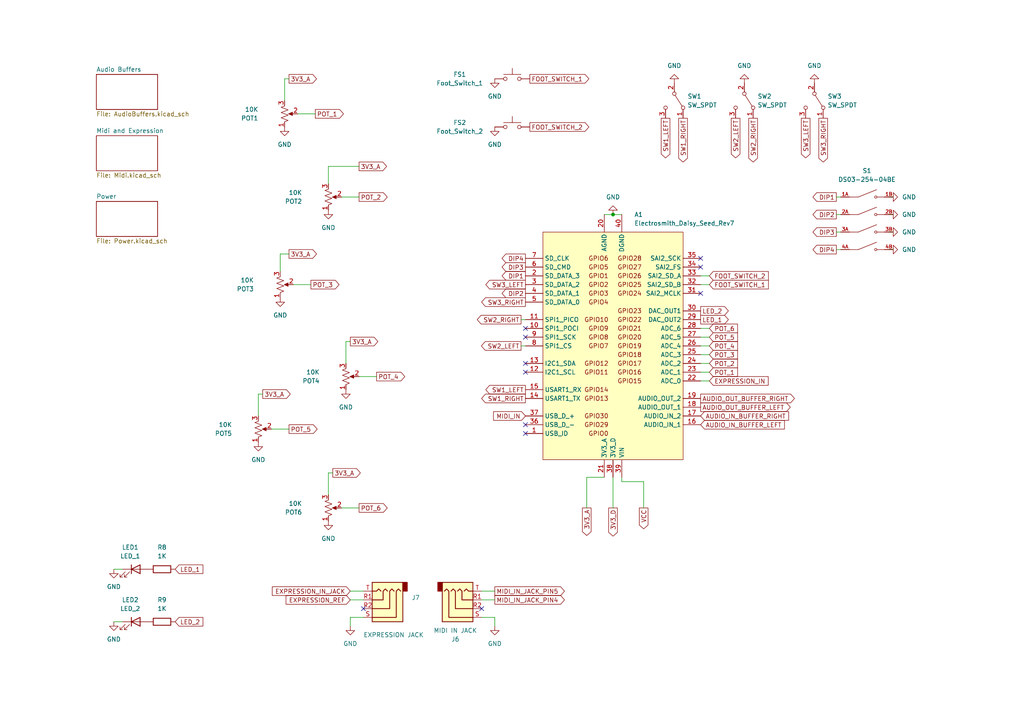
<source format=kicad_sch>
(kicad_sch (version 20230121) (generator eeschema)
  (paper "A4")
  (title_block (title "FunBox") (date "2024-04-30") (company "GuitarML") (comment 1 "9v power, buffered stereo in/out") (comment 2 "6 knobs, 3 - 3 way switches, 2 foot switches, 4 dip switches") (comment 3 "MIDI in/out via mini TRS") (comment 4 "Stereo guitar pedal using the Daisy Seed."))
  (lib_symbols
    (symbol "Connector_Audio:AudioJack4"
      (property "Reference" "J" (at 0 8.89 0))
      (property "Value" "AudioJack4" (at 0 6.35 0))
      (symbol "AudioJack4_0_1"
        (rectangle (start -6.35 -5.08) (end -7.62 -7.62) (stroke (width 0.254)) (fill (type outline)))
        (polyline (pts (xy 0 -5.08) (xy 0.635 -5.715) (xy 1.27 -5.08) (xy 2.54 -5.08)) (stroke (width 0.254)))
        (polyline (pts (xy -5.715 -5.08) (xy -5.08 -5.715) (xy -4.445 -5.08) (xy -4.445 2.54) (xy 2.54 2.54)) (stroke (width 0.254)))
        (polyline (pts (xy -1.905 -5.08) (xy -1.27 -5.715) (xy -0.635 -5.08) (xy -0.635 -2.54) (xy 2.54 -2.54)) (stroke (width 0.254)))
        (polyline (pts (xy 2.54 0) (xy -2.54 0) (xy -2.54 -5.08) (xy -3.175 -5.715) (xy -3.81 -5.08)) (stroke (width 0.254)))
        (rectangle (start 2.54 3.81) (end -6.35 -7.62) (stroke (width 0.254)) (fill (type background)))
      )
      (symbol "AudioJack4_1_1"
        (pin passive line (at 5.08 -2.54 180) (length 2.54) (name "~") (number "R1"))
        (pin passive line (at 5.08 0 180) (length 2.54) (name "~") (number "R2"))
        (pin passive line (at 5.08 2.54 180) (length 2.54) (name "~") (number "S"))
        (pin passive line (at 5.08 -5.08 180) (length 2.54) (name "~") (number "T"))
      )
    )
    (symbol "DS03-254-04BE:DS03-254-04BE" (pin_names (offset 1.016) hide)
      (property "Reference" "S" (at -2.54 10.16 0))
      (property "Value" "DS03-254-04BE" (at -2.54 -10.16 0))
      (symbol "DS03-254-04BE_0_0"
        (polyline (pts (xy -2.54 -7.62) (xy -5.08 -7.62)) (stroke (width 0.1524)))
        (polyline (pts (xy -2.54 -7.62) (xy 2.794 -5.4864)) (stroke (width 0.1524)))
        (polyline (pts (xy -2.54 -2.54) (xy -5.08 -2.54)) (stroke (width 0.1524)))
        (polyline (pts (xy -2.54 -2.54) (xy 2.794 -0.4064)) (stroke (width 0.1524)))
        (polyline (pts (xy -2.54 2.54) (xy -5.08 2.54)) (stroke (width 0.1524)))
        (polyline (pts (xy -2.54 2.54) (xy 2.794 4.6736)) (stroke (width 0.1524)))
        (polyline (pts (xy -2.54 7.62) (xy -5.08 7.62)) (stroke (width 0.1524)))
        (polyline (pts (xy -2.54 7.62) (xy 2.794 9.7536)) (stroke (width 0.1524)))
        (polyline (pts (xy 5.08 -7.62) (xy 2.921 -7.62)) (stroke (width 0.1524)))
        (polyline (pts (xy 5.08 -2.54) (xy 2.921 -2.54)) (stroke (width 0.1524)))
        (polyline (pts (xy 5.08 2.54) (xy 2.921 2.54)) (stroke (width 0.1524)))
        (polyline (pts (xy 5.08 7.62) (xy 2.921 7.62)) (stroke (width 0.1524)))
        (circle (center 2.54 -7.62) (radius 0.3302) (stroke (width 0.1524)))
        (circle (center 2.54 -2.54) (radius 0.3302) (stroke (width 0.1524)))
        (circle (center 2.54 2.54) (radius 0.3302) (stroke (width 0.1524)))
        (circle (center 2.54 7.62) (radius 0.3302) (stroke (width 0.1524)))
        (pin passive line (at -7.62 7.62 0) (length 2.54) (name "~") (number "1A"))
        (pin passive line (at 7.62 7.62 180) (length 2.54) (name "~") (number "1B"))
        (pin passive line (at -7.62 2.54 0) (length 2.54) (name "~") (number "2A"))
        (pin passive line (at 7.62 2.54 180) (length 2.54) (name "~") (number "2B"))
        (pin passive line (at -7.62 -2.54 0) (length 2.54) (name "~") (number "3A"))
        (pin passive line (at 7.62 -2.54 180) (length 2.54) (name "~") (number "3B"))
        (pin passive line (at -7.62 -7.62 0) (length 2.54) (name "~") (number "4A"))
        (pin passive line (at 7.62 -7.62 180) (length 2.54) (name "~") (number "4B"))
      )
    )
    (symbol "Device:LED" (pin_numbers hide) (pin_names (offset 1.016) hide)
      (property "Reference" "D" (at 0 2.54 0))
      (property "Value" "LED" (at 0 -2.54 0))
      (symbol "LED_0_1"
        (polyline (pts (xy -1.27 -1.27) (xy -1.27 1.27)) (stroke (width 0.254)))
        (polyline (pts (xy -1.27 0) (xy 1.27 0)))
        (polyline (pts (xy 1.27 -1.27) (xy 1.27 1.27) (xy -1.27 0) (xy 1.27 -1.27)) (stroke (width 0.254)))
        (polyline (pts (xy -3.048 -0.762) (xy -4.572 -2.286) (xy -3.81 -2.286) (xy -4.572 -2.286) (xy -4.572 -1.524)))
        (polyline (pts (xy -1.778 -0.762) (xy -3.302 -2.286) (xy -2.54 -2.286) (xy -3.302 -2.286) (xy -3.302 -1.524)))
      )
      (symbol "LED_1_1"
        (pin passive line (at -3.81 0 0) (length 2.54) (name "K") (number "1"))
        (pin passive line (at 3.81 0 180) (length 2.54) (name "A") (number "2"))
      )
    )
    (symbol "Device:R" (pin_numbers hide) (pin_names (offset 0))
      (property "Reference" "R" (at 2.032 0 90))
      (property "Value" "R" (at 0 0 90))
      (symbol "R_0_1"
        (rectangle (start -1.016 -2.54) (end 1.016 2.54) (stroke (width 0.254)))
      )
      (symbol "R_1_1"
        (pin passive line (at 0 3.81 270) (length 1.27) (name "~") (number "1"))
        (pin passive line (at 0 -3.81 90) (length 1.27) (name "~") (number "2"))
      )
    )
    (symbol "Device:R_Potentiometer_US" (pin_names (offset 1.016) hide)
      (property "Reference" "RV" (at -4.445 0 90))
      (property "Value" "R_Potentiometer_US" (at -2.54 0 90))
      (symbol "R_Potentiometer_US_0_1"
        (polyline (pts (xy 0 -2.286) (xy 0 -2.54)))
        (polyline (pts (xy 0 2.54) (xy 0 2.286)))
        (polyline (pts (xy 2.54 0) (xy 1.524 0)))
        (polyline (pts (xy 1.143 0) (xy 2.286 0.508) (xy 2.286 -0.508) (xy 1.143 0)) (fill (type outline)))
        (polyline (pts (xy 0 -0.762) (xy 1.016 -1.143) (xy 0 -1.524) (xy -1.016 -1.905) (xy 0 -2.286)))
        (polyline (pts (xy 0 0.762) (xy 1.016 0.381) (xy 0 0) (xy -1.016 -0.381) (xy 0 -0.762)))
        (polyline (pts (xy 0 2.286) (xy 1.016 1.905) (xy 0 1.524) (xy -1.016 1.143) (xy 0 0.762)))
      )
      (symbol "R_Potentiometer_US_1_1"
        (pin passive line (at 0 3.81 270) (length 1.27) (name "1") (number "1"))
        (pin passive line (at 3.81 0 180) (length 1.27) (name "2") (number "2"))
        (pin passive line (at 0 -3.81 90) (length 1.27) (name "3") (number "3"))
      )
    )
    (symbol "MCU_Module:Electrosmith_Daisy_Seed_Rev4"
      (property "Reference" "A" (at -20.32 34.29 0))
      (property "Value" "Electrosmith_Daisy_Seed_Rev4" (at 33.02 34.29 0))
      (symbol "Electrosmith_Daisy_Seed_Rev4_0_0"
        (text "GPIO0" (at 1.27 25.4 0) (effects (font (size 1.27 1.27)) (justify left)))
        (text "GPIO1" (at 1.27 -20.32 0) (effects (font (size 1.27 1.27)) (justify left)))
        (text "GPIO10" (at 1.27 -7.62 0) (effects (font (size 1.27 1.27)) (justify left)))
        (text "GPIO11" (at 1.27 7.62 0) (effects (font (size 1.27 1.27)) (justify left)))
        (text "GPIO12" (at 1.27 5.08 0) (effects (font (size 1.27 1.27)) (justify left)))
        (text "GPIO13" (at 1.27 15.24 0) (effects (font (size 1.27 1.27)) (justify left)))
        (text "GPIO14" (at 1.27 12.7 0) (effects (font (size 1.27 1.27)) (justify left)))
        (text "GPIO15" (at -1.27 10.16 0) (effects (font (size 1.27 1.27)) (justify right)))
        (text "GPIO16" (at -1.27 7.62 0) (effects (font (size 1.27 1.27)) (justify right)))
        (text "GPIO17" (at -1.27 5.08 0) (effects (font (size 1.27 1.27)) (justify right)))
        (text "GPIO18" (at -1.27 2.54 0) (effects (font (size 1.27 1.27)) (justify right)))
        (text "GPIO19" (at -1.27 0 0) (effects (font (size 1.27 1.27)) (justify right)))
        (text "GPIO2" (at 1.27 -17.78 0) (effects (font (size 1.27 1.27)) (justify left)))
        (text "GPIO20" (at -1.27 -2.54 0) (effects (font (size 1.27 1.27)) (justify right)))
        (text "GPIO21" (at -1.27 -5.08 0) (effects (font (size 1.27 1.27)) (justify right)))
        (text "GPIO22" (at -1.27 -7.62 0) (effects (font (size 1.27 1.27)) (justify right)))
        (text "GPIO23" (at -1.27 -10.16 0) (effects (font (size 1.27 1.27)) (justify right)))
        (text "GPIO24" (at -1.27 -15.24 0) (effects (font (size 1.27 1.27)) (justify right)))
        (text "GPIO25" (at -1.27 -17.78 0) (effects (font (size 1.27 1.27)) (justify right)))
        (text "GPIO26" (at -1.27 -20.32 0) (effects (font (size 1.27 1.27)) (justify right)))
        (text "GPIO27" (at -1.27 -22.86 0) (effects (font (size 1.27 1.27)) (justify right)))
        (text "GPIO28" (at -1.27 -25.4 0) (effects (font (size 1.27 1.27)) (justify right)))
        (text "GPIO29" (at 1.27 22.86 0) (effects (font (size 1.27 1.27)) (justify left)))
        (text "GPIO3" (at 1.27 -15.24 0) (effects (font (size 1.27 1.27)) (justify left)))
        (text "GPIO30" (at 1.27 20.32 0) (effects (font (size 1.27 1.27)) (justify left)))
        (text "GPIO4" (at 1.27 -12.7 0) (effects (font (size 1.27 1.27)) (justify left)))
        (text "GPIO5" (at 1.27 -22.86 0) (effects (font (size 1.27 1.27)) (justify left)))
        (text "GPIO6" (at 1.27 -25.4 0) (effects (font (size 1.27 1.27)) (justify left)))
        (text "GPIO7" (at 1.27 0 0) (effects (font (size 1.27 1.27)) (justify left)))
        (text "GPIO8" (at 1.27 -2.54 0) (effects (font (size 1.27 1.27)) (justify left)))
        (text "GPIO9" (at 1.27 -5.08 0) (effects (font (size 1.27 1.27)) (justify left)))
        (pin bidirectional line (at 25.4 25.4 180) (length 5.08) (name "USB_ID") (number "1"))
        (pin bidirectional line (at 25.4 -5.08 180) (length 5.08) (name "SPI1_POCI") (number "10"))
        (pin bidirectional line (at 25.4 -7.62 180) (length 5.08) (name "SPI1_PICO") (number "11"))
        (pin bidirectional line (at 25.4 7.62 180) (length 5.08) (name "I2C1_SCL") (number "12"))
        (pin bidirectional line (at 25.4 5.08 180) (length 5.08) (name "I2C1_SDA") (number "13"))
        (pin bidirectional line (at 25.4 15.24 180) (length 5.08) (name "USART1_TX") (number "14"))
        (pin bidirectional line (at 25.4 12.7 180) (length 5.08) (name "USART1_RX") (number "15"))
        (pin input line (at -25.4 22.86 0) (length 5.08) (name "AUDIO_IN_1") (number "16"))
        (pin input line (at -25.4 20.32 0) (length 5.08) (name "AUDIO_IN_2") (number "17"))
        (pin output line (at -25.4 17.78 0) (length 5.08) (name "AUDIO_OUT_1") (number "18"))
        (pin output line (at -25.4 15.24 0) (length 5.08) (name "AUDIO_OUT_2") (number "19"))
        (pin bidirectional line (at 25.4 -20.32 180) (length 5.08) (name "SD_DATA_3") (number "2"))
        (pin power_in line (at 2.54 -38.1 90) (length 5.08) (name "AGND") (number "20"))
        (pin power_out line (at 2.54 38.1 270) (length 5.08) (name "3V3_A") (number "21"))
        (pin bidirectional line (at -25.4 10.16 0) (length 5.08) (name "ADC_0") (number "22"))
        (pin bidirectional line (at -25.4 7.62 0) (length 5.08) (name "ADC_1") (number "23"))
        (pin bidirectional line (at -25.4 5.08 0) (length 5.08) (name "ADC_2") (number "24"))
        (pin bidirectional line (at -25.4 2.54 0) (length 5.08) (name "ADC_3") (number "25"))
        (pin bidirectional line (at -25.4 0 0) (length 5.08) (name "ADC_4") (number "26"))
        (pin bidirectional line (at -25.4 -2.54 0) (length 5.08) (name "ADC_5") (number "27"))
        (pin bidirectional line (at -25.4 -5.08 0) (length 5.08) (name "ADC_6") (number "28"))
        (pin bidirectional line (at -25.4 -7.62 0) (length 5.08) (name "DAC_OUT2") (number "29"))
        (pin bidirectional line (at 25.4 -17.78 180) (length 5.08) (name "SD_DATA_2") (number "3"))
        (pin bidirectional line (at -25.4 -10.16 0) (length 5.08) (name "DAC_OUT1") (number "30"))
        (pin bidirectional line (at -25.4 -15.24 0) (length 5.08) (name "SAI2_MCLK") (number "31"))
        (pin bidirectional line (at -25.4 -17.78 0) (length 5.08) (name "SAI2_SD_B") (number "32"))
        (pin bidirectional line (at -25.4 -20.32 0) (length 5.08) (name "SAI2_SD_A") (number "33"))
        (pin bidirectional line (at -25.4 -22.86 0) (length 5.08) (name "SAI2_FS") (number "34"))
        (pin bidirectional line (at -25.4 -25.4 0) (length 5.08) (name "SAI2_SCK") (number "35"))
        (pin bidirectional line (at 25.4 22.86 180) (length 5.08) (name "USB_D_-") (number "36"))
        (pin bidirectional line (at 25.4 20.32 180) (length 5.08) (name "USB_D_+") (number "37"))
        (pin power_out line (at 0 38.1 270) (length 5.08) (name "3V3_D") (number "38"))
        (pin power_in line (at -2.54 38.1 270) (length 5.08) (name "VIN") (number "39"))
        (pin bidirectional line (at 25.4 -15.24 180) (length 5.08) (name "SD_DATA_1") (number "4"))
        (pin power_in line (at -2.54 -38.1 90) (length 5.08) (name "DGND") (number "40"))
        (pin bidirectional line (at 25.4 -12.7 180) (length 5.08) (name "SD_DATA_0") (number "5"))
        (pin bidirectional line (at 25.4 -22.86 180) (length 5.08) (name "SD_CMD") (number "6"))
        (pin bidirectional line (at 25.4 -25.4 180) (length 5.08) (name "SD_CLK") (number "7"))
        (pin bidirectional line (at 25.4 0 180) (length 5.08) (name "SPI1_CS") (number "8"))
        (pin bidirectional line (at 25.4 -2.54 180) (length 5.08) (name "SPI1_SCK") (number "9"))
      )
      (symbol "Electrosmith_Daisy_Seed_Rev4_0_1"
        (rectangle (start -20.32 33.02) (end 20.32 -33.02) (fill (type background)))
      )
    )
    (symbol "Switch:SW_Push" (pin_numbers hide) (pin_names (offset 1.016) hide)
      (property "Reference" "SW" (at 1.27 2.54 0))
      (property "Value" "SW_Push" (at 0 -1.524 0))
      (symbol "SW_Push_0_1"
        (circle (center -2.032 0) (radius 0.508))
        (polyline (pts (xy 0 1.27) (xy 0 3.048)))
        (polyline (pts (xy 2.54 1.27) (xy -2.54 1.27)))
        (circle (center 2.032 0) (radius 0.508))
        (pin passive line (at -5.08 0 0) (length 2.54) (name "1") (number "1"))
        (pin passive line (at 5.08 0 180) (length 2.54) (name "2") (number "2"))
      )
    )
    (symbol "Switch:SW_SPDT" (pin_names (offset 0) hide)
      (property "Reference" "SW" (at 0 4.318 0))
      (property "Value" "SW_SPDT" (at 0 -5.08 0))
      (symbol "SW_SPDT_0_0"
        (circle (center -2.032 0) (radius 0.508))
        (circle (center 2.032 -2.54) (radius 0.508))
      )
      (symbol "SW_SPDT_0_1"
        (polyline (pts (xy -1.524 0.254) (xy 1.651 2.286)))
        (circle (center 2.032 2.54) (radius 0.508))
      )
      (symbol "SW_SPDT_1_1"
        (pin passive line (at 5.08 2.54 180) (length 2.54) (name "A") (number "1"))
        (pin passive line (at -5.08 0 0) (length 2.54) (name "B") (number "2"))
        (pin passive line (at 5.08 -2.54 180) (length 2.54) (name "C") (number "3"))
      )
    )
    (symbol "power:GND" (power) (pin_names (offset 0))
      (property "Value" "GND" (at 0 -3.81 0))
      (symbol "GND_0_1"
        (polyline (pts (xy 0 0) (xy 0 -1.27) (xy 1.27 -1.27) (xy 0 -2.54) (xy -1.27 -1.27) (xy 0 -1.27)))
      )
      (symbol "GND_1_1"
        (pin power_in line (at 0 0 270) (length 0) hide (name "GND") (number "1"))
      )
    )
  )
  (junction (at 177.8 62.23))
  (no_connect (at 152.4 125.73))
  (no_connect (at 203.2 85.09))
  (no_connect (at 152.4 107.95))
  (no_connect (at 203.2 77.47))
  (no_connect (at 105.41 176.53))
  (no_connect (at 152.4 105.41))
  (no_connect (at 152.4 123.19))
  (no_connect (at 203.2 74.93))
  (no_connect (at 152.4 97.79))
  (no_connect (at 152.4 95.25))
  (no_connect (at 139.7 176.53))
  (wire (pts (xy 105.41 179.07) (xy 101.6 179.07)))
  (wire (pts (xy 243.84 57.15) (xy 242.57 57.15)))
  (wire (pts (xy 101.6 99.06) (xy 100.33 99.06)))
  (wire (pts (xy 205.74 107.95) (xy 203.2 107.95)))
  (wire (pts (xy 143.51 181.61) (xy 143.51 179.07)))
  (wire (pts (xy 143.51 173.99) (xy 139.7 173.99)))
  (wire (pts (xy 170.18 138.43) (xy 175.26 138.43)))
  (wire (pts (xy 95.25 137.16) (xy 95.25 143.51)))
  (wire (pts (xy 243.84 62.23) (xy 242.57 62.23)))
  (wire (pts (xy 104.14 48.26) (xy 95.25 48.26)))
  (wire (pts (xy 139.7 171.45) (xy 143.51 171.45)))
  (wire (pts (xy 86.36 33.02) (xy 91.44 33.02)))
  (wire (pts (xy 180.34 138.43) (xy 180.34 139.7)))
  (wire (pts (xy 83.82 73.66) (xy 81.28 73.66)))
  (wire (pts (xy 82.55 22.86) (xy 83.82 22.86)))
  (wire (pts (xy 170.18 147.32) (xy 170.18 138.43)))
  (wire (pts (xy 99.06 147.32) (xy 104.14 147.32)))
  (wire (pts (xy 151.13 100.33) (xy 152.4 100.33)))
  (wire (pts (xy 101.6 179.07) (xy 101.6 181.61)))
  (wire (pts (xy 96.52 137.16) (xy 95.25 137.16)))
  (wire (pts (xy 82.55 22.86) (xy 82.55 29.21)))
  (wire (pts (xy 186.69 139.7) (xy 186.69 147.32)))
  (wire (pts (xy 180.34 139.7) (xy 186.69 139.7)))
  (wire (pts (xy 104.14 109.22) (xy 109.22 109.22)))
  (wire (pts (xy 203.2 97.79) (xy 205.74 97.79)))
  (wire (pts (xy 243.84 72.39) (xy 242.57 72.39)))
  (wire (pts (xy 81.28 73.66) (xy 81.28 78.74)))
  (wire (pts (xy 74.93 114.3) (xy 74.93 120.65)))
  (wire (pts (xy 139.7 179.07) (xy 143.51 179.07)))
  (wire (pts (xy 33.02 180.34) (xy 35.56 180.34)))
  (wire (pts (xy 76.2 114.3) (xy 74.93 114.3)))
  (wire (pts (xy 95.25 48.26) (xy 95.25 53.34)))
  (wire (pts (xy 151.13 92.71) (xy 152.4 92.71)))
  (wire (pts (xy 203.2 80.01) (xy 205.74 80.01)))
  (wire (pts (xy 259.08 72.39) (xy 257.81 72.39)))
  (wire (pts (xy 203.2 100.33) (xy 205.74 100.33)))
  (wire (pts (xy 259.08 67.31) (xy 257.81 67.31)))
  (wire (pts (xy 203.2 95.25) (xy 205.74 95.25)))
  (wire (pts (xy 177.8 62.23) (xy 175.26 62.23)))
  (wire (pts (xy 101.6 173.99) (xy 105.41 173.99)))
  (wire (pts (xy 259.08 62.23) (xy 257.81 62.23)))
  (wire (pts (xy 243.84 67.31) (xy 242.57 67.31)))
  (wire (pts (xy 33.02 165.1) (xy 35.56 165.1)))
  (wire (pts (xy 203.2 110.49) (xy 205.74 110.49)))
  (wire (pts (xy 203.2 82.55) (xy 205.74 82.55)))
  (wire (pts (xy 205.74 102.87) (xy 203.2 102.87)))
  (wire (pts (xy 100.33 99.06) (xy 100.33 105.41)))
  (wire (pts (xy 180.34 62.23) (xy 177.8 62.23)))
  (wire (pts (xy 78.74 124.46) (xy 83.82 124.46)))
  (wire (pts (xy 99.06 57.15) (xy 104.14 57.15)))
  (wire (pts (xy 177.8 138.43) (xy 177.8 147.32)))
  (wire (pts (xy 205.74 105.41) (xy 203.2 105.41)))
  (wire (pts (xy 259.08 57.15) (xy 257.81 57.15)))
  (wire (pts (xy 101.6 171.45) (xy 105.41 171.45)))
  (wire (pts (xy 85.09 82.55) (xy 90.17 82.55)))
  (global_label "FOOT_SWITCH_1" (shape input) (at 205.74 82.55 0) (property "Intersheetrefs" "${INTERSHEET_REFS}" (effects hide)))
  (global_label "AUDIO_IN_BUFFER_LEFT" (shape input) (at 203.2 123.19 0) (property "Intersheetrefs" "${INTERSHEET_REFS}" (effects hide)))
  (global_label "POT_1" (shape output) (at 91.44 33.02 0) (property "Intersheetrefs" "${INTERSHEET_REFS}" (effects hide)))
  (global_label "POT_1" (shape input) (at 205.74 107.95 0) (property "Intersheetrefs" "${INTERSHEET_REFS}" (effects hide)))
  (global_label "DIP3" (shape output) (at 242.57 67.31 180) (property "Intersheetrefs" "${INTERSHEET_REFS}" (effects hide)))
  (global_label "3V3_A" (shape output) (at 83.82 73.66 0) (property "Intersheetrefs" "${INTERSHEET_REFS}" (effects hide)))
  (global_label "3V3_A" (shape output) (at 76.2 114.3 0) (property "Intersheetrefs" "${INTERSHEET_REFS}" (effects hide)))
  (global_label "POT_3" (shape output) (at 90.17 82.55 0) (property "Intersheetrefs" "${INTERSHEET_REFS}" (effects hide)))
  (global_label "LED_1" (shape output) (at 203.2 92.71 0) (property "Intersheetrefs" "${INTERSHEET_REFS}" (effects hide)))
  (global_label "VCC" (shape output) (at 186.69 147.32 270) (property "Intersheetrefs" "${INTERSHEET_REFS}" (effects hide)))
  (global_label "SW2_LEFT" (shape output) (at 151.13 100.33 180) (property "Intersheetrefs" "${INTERSHEET_REFS}" (effects hide)))
  (global_label "SW1_RIGHT" (shape output) (at 198.12 34.29 270) (property "Intersheetrefs" "${INTERSHEET_REFS}" (effects hide)))
  (global_label "SW3_RIGHT" (shape output) (at 238.76 34.29 270) (property "Intersheetrefs" "${INTERSHEET_REFS}" (effects hide)))
  (global_label "SW2_RIGHT" (shape output) (at 151.13 92.71 180) (property "Intersheetrefs" "${INTERSHEET_REFS}" (effects hide)))
  (global_label "POT_3" (shape input) (at 205.74 102.87 0) (property "Intersheetrefs" "${INTERSHEET_REFS}" (effects hide)))
  (global_label "3V3_A" (shape output) (at 170.18 147.32 270) (property "Intersheetrefs" "${INTERSHEET_REFS}" (effects hide)))
  (global_label "POT_4" (shape output) (at 109.22 109.22 0) (property "Intersheetrefs" "${INTERSHEET_REFS}" (effects hide)))
  (global_label "EXPRESSION_REF" (shape input) (at 101.6 173.99 180) (property "Intersheetrefs" "${INTERSHEET_REFS}" (effects hide)))
  (global_label "MIDI_IN_JACK_PIN5" (shape output) (at 143.51 171.45 0) (property "Intersheetrefs" "${INTERSHEET_REFS}" (effects hide)))
  (global_label "DIP1" (shape output) (at 242.57 57.15 180) (property "Intersheetrefs" "${INTERSHEET_REFS}" (effects hide)))
  (global_label "POT_5" (shape output) (at 83.82 124.46 0) (property "Intersheetrefs" "${INTERSHEET_REFS}" (effects hide)))
  (global_label "LED_2" (shape output) (at 203.2 90.17 0) (property "Intersheetrefs" "${INTERSHEET_REFS}" (effects hide)))
  (global_label "LED_1" (shape input) (at 50.8 165.1 0) (property "Intersheetrefs" "${INTERSHEET_REFS}" (effects hide)))
  (global_label "3V3_A" (shape output) (at 83.82 22.86 0) (property "Intersheetrefs" "${INTERSHEET_REFS}" (effects hide)))
  (global_label "POT_6" (shape input) (at 205.74 95.25 0) (property "Intersheetrefs" "${INTERSHEET_REFS}" (effects hide)))
  (global_label "3V3_D" (shape output) (at 177.8 147.32 270) (property "Intersheetrefs" "${INTERSHEET_REFS}" (effects hide)))
  (global_label "SW2_RIGHT" (shape output) (at 218.44 34.29 270) (property "Intersheetrefs" "${INTERSHEET_REFS}" (effects hide)))
  (global_label "FOOT_SWITCH_1" (shape output) (at 153.67 22.86 0) (property "Intersheetrefs" "${INTERSHEET_REFS}" (effects hide)))
  (global_label "EXPRESSION_IN_JACK" (shape input) (at 101.6 171.45 180) (property "Intersheetrefs" "${INTERSHEET_REFS}" (effects hide)))
  (global_label "3V3_A" (shape output) (at 104.14 48.26 0) (property "Intersheetrefs" "${INTERSHEET_REFS}" (effects hide)))
  (global_label "SW1_LEFT" (shape output) (at 193.04 34.29 270) (property "Intersheetrefs" "${INTERSHEET_REFS}" (effects hide)))
  (global_label "MIDI_IN_JACK_PIN4" (shape output) (at 143.51 173.99 0) (property "Intersheetrefs" "${INTERSHEET_REFS}" (effects hide)))
  (global_label "LED_2" (shape input) (at 50.8 180.34 0) (property "Intersheetrefs" "${INTERSHEET_REFS}" (effects hide)))
  (global_label "SW3_LEFT" (shape output) (at 152.4 82.55 180) (property "Intersheetrefs" "${INTERSHEET_REFS}" (effects hide)))
  (global_label "3V3_A" (shape output) (at 96.52 137.16 0) (property "Intersheetrefs" "${INTERSHEET_REFS}" (effects hide)))
  (global_label "AUDIO_OUT_BUFFER_RIGHT" (shape output) (at 203.2 115.57 0) (property "Intersheetrefs" "${INTERSHEET_REFS}" (effects hide)))
  (global_label "SW1_RIGHT" (shape output) (at 152.4 115.57 180) (property "Intersheetrefs" "${INTERSHEET_REFS}" (effects hide)))
  (global_label "DIP4" (shape output) (at 152.4 74.93 180) (property "Intersheetrefs" "${INTERSHEET_REFS}" (effects hide)))
  (global_label "EXPRESSION_IN" (shape input) (at 205.74 110.49 0) (property "Intersheetrefs" "${INTERSHEET_REFS}" (effects hide)))
  (global_label "DIP3" (shape output) (at 152.4 77.47 180) (property "Intersheetrefs" "${INTERSHEET_REFS}" (effects hide)))
  (global_label "SW3_RIGHT" (shape output) (at 152.4 87.63 180) (property "Intersheetrefs" "${INTERSHEET_REFS}" (effects hide)))
  (global_label "DIP4" (shape output) (at 242.57 72.39 180) (property "Intersheetrefs" "${INTERSHEET_REFS}" (effects hide)))
  (global_label "SW1_LEFT" (shape output) (at 152.4 113.03 180) (property "Intersheetrefs" "${INTERSHEET_REFS}" (effects hide)))
  (global_label "DIP1" (shape output) (at 152.4 80.01 180) (property "Intersheetrefs" "${INTERSHEET_REFS}" (effects hide)))
  (global_label "SW3_LEFT" (shape output) (at 233.68 34.29 270) (property "Intersheetrefs" "${INTERSHEET_REFS}" (effects hide)))
  (global_label "FOOT_SWITCH_2" (shape output) (at 153.67 36.83 0) (property "Intersheetrefs" "${INTERSHEET_REFS}" (effects hide)))
  (global_label "FOOT_SWITCH_2" (shape input) (at 205.74 80.01 0) (property "Intersheetrefs" "${INTERSHEET_REFS}" (effects hide)))
  (global_label "DIP2" (shape output) (at 242.57 62.23 180) (property "Intersheetrefs" "${INTERSHEET_REFS}" (effects hide)))
  (global_label "POT_2" (shape input) (at 205.74 105.41 0) (property "Intersheetrefs" "${INTERSHEET_REFS}" (effects hide)))
  (global_label "POT_5" (shape input) (at 205.74 97.79 0) (property "Intersheetrefs" "${INTERSHEET_REFS}" (effects hide)))
  (global_label "POT_6" (shape output) (at 104.14 147.32 0) (property "Intersheetrefs" "${INTERSHEET_REFS}" (effects hide)))
  (global_label "POT_2" (shape output) (at 104.14 57.15 0) (property "Intersheetrefs" "${INTERSHEET_REFS}" (effects hide)))
  (global_label "POT_4" (shape input) (at 205.74 100.33 0) (property "Intersheetrefs" "${INTERSHEET_REFS}" (effects hide)))
  (global_label "3V3_A" (shape output) (at 101.6 99.06 0) (property "Intersheetrefs" "${INTERSHEET_REFS}" (effects hide)))
  (global_label "DIP2" (shape output) (at 152.4 85.09 180) (property "Intersheetrefs" "${INTERSHEET_REFS}" (effects hide)))
  (global_label "AUDIO_OUT_BUFFER_LEFT" (shape output) (at 203.2 118.11 0) (property "Intersheetrefs" "${INTERSHEET_REFS}" (effects hide)))
  (global_label "MIDI_IN" (shape input) (at 152.4 120.65 180) (property "Intersheetrefs" "${INTERSHEET_REFS}" (effects hide)))
  (global_label "AUDIO_IN_BUFFER_RIGHT" (shape input) (at 203.2 120.65 0) (property "Intersheetrefs" "${INTERSHEET_REFS}" (effects hide)))
  (global_label "SW2_LEFT" (shape output) (at 213.36 34.29 270) (property "Intersheetrefs" "${INTERSHEET_REFS}" (effects hide)))
  (symbol (lib_id "power:GND") (at 82.55 36.83 0) (mirror y) (unit 1)
    (property "Reference" "#PWR022" (effects hide))
    (property "Value" "GND" (at 82.55 41.91 0))
  )
  (symbol (lib_id "power:GND") (at 143.51 36.83 0) (unit 1)
    (property "Reference" "#PWR036" (effects hide))
    (property "Value" "GND" (at 143.51 41.91 0))
  )
  (symbol (lib_id "power:GND") (at 100.33 113.03 0) (mirror y) (unit 1)
    (property "Reference" "#PWR028" (effects hide))
    (property "Value" "GND" (at 100.33 118.11 0))
  )
  (symbol (lib_id "power:GND") (at 257.81 67.31 90) (unit 1)
    (property "Reference" "#PWR039" (effects hide))
    (property "Value" "GND" (at 261.62 67.31 90) (effects (justify right)))
  )
  (symbol (lib_id "power:GND") (at 33.02 180.34 0) (unit 1)
    (property "Reference" "#PWR034" (effects hide))
    (property "Value" "GND" (at 33.02 185.42 0))
  )
  (symbol (lib_id "power:GND") (at 143.51 22.86 0) (unit 1)
    (property "Reference" "#PWR035" (effects hide))
    (property "Value" "GND" (at 143.51 27.94 0))
  )
  (symbol (lib_id "power:GND") (at 215.9 24.13 0) (mirror x) (unit 1)
    (property "Reference" "#PWR02" (effects hide))
    (property "Value" "GND" (at 215.9 19.05 0))
  )
  (symbol (lib_id "power:GND") (at 95.25 60.96 0) (mirror y) (unit 1)
    (property "Reference" "#PWR024" (effects hide))
    (property "Value" "GND" (at 95.25 66.04 0))
  )
  (symbol (lib_id "power:GND") (at 257.81 57.15 90) (unit 1)
    (property "Reference" "#PWR021" (effects hide))
    (property "Value" "GND" (at 261.62 57.15 90) (effects (justify right)))
  )
  (symbol (lib_id "Switch:SW_Push") (at 148.59 36.83 0) (unit 1)
    (property "Reference" "FS2" (at 133.35 35.56 0))
    (property "Value" "Foot_Switch_2" (at 133.35 38.1 0))
    (property "Footprint" "Connector_PinHeader_2.54mm:PinHeader_1x02_P2.54mm_Vertical" (effects hide))
  )
  (symbol (lib_id "Switch:SW_SPDT") (at 236.22 29.21 270) (unit 1)
    (property "Reference" "SW3" (at 240.03 27.94 90) (effects (justify left)))
    (property "Value" "SW_SPDT" (at 240.03 30.48 90) (effects (justify left)))
    (property "Footprint" "Button_Switch_THT:SW_Toggle_SPDT_lugs" (effects hide))
  )
  (symbol (lib_id "MCU_Module:Electrosmith_Daisy_Seed_Rev4") (at 177.8 100.33 180) (unit 1)
    (property "Reference" "A1" (at 183.9661 62.23 0) (effects (justify right)))
    (property "Value" "Electrosmith_Daisy_Seed_Rev7" (at 183.9661 64.77 0) (effects (justify right)))
    (property "Footprint" "Module:Electrosmith_Daisy_Seed" (effects hide))
    (property "Datasheet" "https://static1.squarespace.com/static/58d03fdc1b10e3bf442567b8/t/6227e6236f02fb68d1577146/1646781988478/Daisy_Seed_datasheet_v1.0.3.pdf" (effects hide))
  )
  (symbol (lib_id "power:GND") (at 81.28 86.36 0) (mirror y) (unit 1)
    (property "Reference" "#PWR026" (effects hide))
    (property "Value" "GND" (at 81.28 91.44 0))
  )
  (symbol (lib_id "Connector_Audio:AudioJack4") (at 110.49 176.53 180) (unit 1)
    (property "Reference" "J7" (at 119.38 173.355 0) (effects (justify right)))
    (property "Value" "EXPRESSION JACK" (at 105.41 184.15 0) (effects (justify right)))
    (property "Footprint" "Audio_Module:TRRS-PJ-320A" (effects hide))
  )
  (symbol (lib_id "Connector_Audio:AudioJack4") (at 134.62 176.53 0) (mirror x) (unit 1)
    (property "Reference" "J6" (at 132.08 185.42 0))
    (property "Value" "MIDI IN JACK" (at 132.08 182.88 0))
    (property "Footprint" "Audio_Module:TRRS-PJ-320A" (effects hide))
  )
  (symbol (lib_id "power:GND") (at 177.8 62.23 180) (unit 1)
    (property "Reference" "#PWR03" (effects hide))
    (property "Value" "GND" (at 177.8 57.15 0))
  )
  (symbol (lib_id "Device:LED") (at 39.37 165.1 0) (unit 1)
    (property "Reference" "LED1" (at 37.7825 158.75 0))
    (property "Value" "LED_1" (at 37.7825 161.29 0))
    (property "Footprint" "Connector_PinHeader_2.54mm:PinHeader_1x02_P2.54mm_Vertical" (effects hide))
  )
  (symbol (lib_id "power:GND") (at 95.25 151.13 0) (mirror y) (unit 1)
    (property "Reference" "#PWR032" (effects hide))
    (property "Value" "GND" (at 95.25 156.21 0))
  )
  (symbol (lib_id "Device:R_Potentiometer_US") (at 74.93 124.46 0) (mirror x) (unit 1)
    (property "Reference" "POT5" (at 67.31 125.73 0) (effects (justify right)))
    (property "Value" "10K" (at 67.31 123.19 0) (effects (justify right)))
    (property "Footprint" "Potentiometer_THT:Pot_RightAngle_LongPin_16mm" (effects hide))
  )
  (symbol (lib_id "DS03-254-04BE:DS03-254-04BE") (at 251.46 64.77 0) (unit 1)
    (property "Reference" "S1" (at 251.46 49.53 0))
    (property "Value" "DS03-254-04BE" (at 251.46 52.07 0))
    (property "Footprint" "Button_Switch_THT:DS03-254-04BE-dip4" (effects hide))
    (property "PARTREV" "V1.0" (effects hide))
    (property "MANUFACTURER" "CUI Inc." (effects hide))
    (property "MAXIMUM_PACKAGE_HEIGHT" "9.93 mm" (effects hide))
    (property "STANDARD" "Manufacturer Recommendations" (effects hide))
  )
  (symbol (lib_id "Device:R_Potentiometer_US") (at 81.28 82.55 0) (mirror x) (unit 1)
    (property "Reference" "POT3" (at 73.66 83.82 0) (effects (justify right)))
    (property "Value" "10K" (at 73.66 81.28 0) (effects (justify right)))
    (property "Footprint" "Potentiometer_THT:Pot_RightAngle_LongPin_16mm" (effects hide))
  )
  (symbol (lib_id "Switch:SW_SPDT") (at 215.9 29.21 270) (unit 1)
    (property "Reference" "SW2" (at 219.71 27.94 90) (effects (justify left)))
    (property "Value" "SW_SPDT" (at 219.71 30.48 90) (effects (justify left)))
    (property "Footprint" "Button_Switch_THT:SW_Toggle_SPDT_lugs" (effects hide))
  )
  (symbol (lib_id "Device:R_Potentiometer_US") (at 95.25 57.15 0) (mirror x) (unit 1)
    (property "Reference" "POT2" (at 87.63 58.42 0) (effects (justify right)))
    (property "Value" "10K" (at 87.63 55.88 0) (effects (justify right)))
    (property "Footprint" "Potentiometer_THT:Pot_RightAngle_LongPin_16mm" (effects hide))
  )
  (symbol (lib_id "power:GND") (at 236.22 24.13 0) (mirror x) (unit 1)
    (property "Reference" "#PWR04" (effects hide))
    (property "Value" "GND" (at 236.22 19.05 0))
  )
  (symbol (lib_id "Device:R_Potentiometer_US") (at 100.33 109.22 0) (mirror x) (unit 1)
    (property "Reference" "POT4" (at 92.71 110.49 0) (effects (justify right)))
    (property "Value" "10K" (at 92.71 107.95 0) (effects (justify right)))
    (property "Footprint" "Potentiometer_THT:Pot_RightAngle_LongPin_16mm" (effects hide))
  )
  (symbol (lib_id "Device:R_Potentiometer_US") (at 82.55 33.02 0) (mirror x) (unit 1)
    (property "Reference" "POT1" (at 74.93 34.29 0) (effects (justify right)))
    (property "Value" "10K" (at 74.93 31.75 0) (effects (justify right)))
    (property "Footprint" "Potentiometer_THT:Pot_RightAngle_LongPin_16mm" (effects hide))
  )
  (symbol (lib_id "Device:R") (at 46.99 180.34 90) (unit 1)
    (property "Reference" "R9" (at 46.99 173.99 90))
    (property "Value" "1K" (at 46.99 176.53 90))
    (property "Footprint" "Resistor_THT:R_Axial_DIN0207_L6.3mm_D2.5mm_P7.62mm_Horizontal" (effects hide))
  )
  (symbol (lib_id "power:GND") (at 33.02 165.1 0) (unit 1)
    (property "Reference" "#PWR033" (effects hide))
    (property "Value" "GND" (at 33.02 170.18 0))
  )
  (symbol (lib_id "Switch:SW_Push") (at 148.59 22.86 0) (unit 1)
    (property "Reference" "FS1" (at 133.35 21.59 0))
    (property "Value" "Foot_Switch_1" (at 133.35 24.13 0))
    (property "Footprint" "Connector_PinHeader_2.54mm:PinHeader_1x02_P2.54mm_Vertical" (effects hide))
  )
  (symbol (lib_id "power:GND") (at 143.51 181.61 0) (mirror y) (unit 1)
    (property "Reference" "#PWR044" (effects hide))
    (property "Value" "GND" (at 143.51 186.69 0))
  )
  (symbol (lib_id "Device:R") (at 46.99 165.1 90) (unit 1)
    (property "Reference" "R8" (at 46.99 158.75 90))
    (property "Value" "1K" (at 46.99 161.29 90))
    (property "Footprint" "Resistor_THT:R_Axial_DIN0207_L6.3mm_D2.5mm_P7.62mm_Horizontal" (effects hide))
  )
  (symbol (lib_id "Device:LED") (at 39.37 180.34 0) (unit 1)
    (property "Reference" "LED2" (at 37.7825 173.99 0))
    (property "Value" "LED_2" (at 37.7825 176.53 0))
    (property "Footprint" "Connector_PinHeader_2.54mm:PinHeader_1x02_P2.54mm_Vertical" (effects hide))
  )
  (symbol (lib_id "Device:R_Potentiometer_US") (at 95.25 147.32 0) (mirror x) (unit 1)
    (property "Reference" "POT6" (at 87.63 148.59 0) (effects (justify right)))
    (property "Value" "10K" (at 87.63 146.05 0) (effects (justify right)))
    (property "Footprint" "Potentiometer_THT:Pot_RightAngle_LongPin_16mm" (effects hide))
  )
  (symbol (lib_id "power:GND") (at 101.6 181.61 0) (unit 1)
    (property "Reference" "#PWR043" (effects hide))
    (property "Value" "GND" (at 101.6 186.69 0))
  )
  (symbol (lib_id "power:GND") (at 74.93 128.27 0) (mirror y) (unit 1)
    (property "Reference" "#PWR030" (effects hide))
    (property "Value" "GND" (at 74.93 133.35 0))
  )
  (symbol (lib_id "power:GND") (at 195.58 24.13 0) (mirror x) (unit 1)
    (property "Reference" "#PWR01" (effects hide))
    (property "Value" "GND" (at 195.58 19.05 0))
  )
  (symbol (lib_id "power:GND") (at 257.81 62.23 90) (unit 1)
    (property "Reference" "#PWR038" (effects hide))
    (property "Value" "GND" (at 261.62 62.23 90) (effects (justify right)))
  )
  (symbol (lib_id "power:GND") (at 257.81 72.39 90) (unit 1)
    (property "Reference" "#PWR040" (effects hide))
    (property "Value" "GND" (at 261.62 72.39 90) (effects (justify right)))
  )
  (symbol (lib_id "Switch:SW_SPDT") (at 195.58 29.21 270) (unit 1)
    (property "Reference" "SW1" (at 199.39 27.94 90) (effects (justify left)))
    (property "Value" "SW_SPDT" (at 199.39 30.48 90) (effects (justify left)))
    (property "Footprint" "Button_Switch_THT:SW_Toggle_SPDT_lugs" (effects hide))
  )
  (sheet (at 27.94 39.37) (size 17.78 10.16) (stroke (width 0.1524))
    (property "Sheetname" "Midi and Expression" (at 27.94 38.6584 0) (effects (justify left bottom)))
    (property "Sheetfile" "Midi.kicad_sch" (at 27.94 50.1146 0) (effects (justify left top)))
  )
  (sheet (at 27.94 58.42) (size 17.78 10.16) (stroke (width 0.1524))
    (property "Sheetname" "Power" (at 27.94 57.7084 0) (effects (justify left bottom)))
    (property "Sheetfile" "Power.kicad_sch" (at 27.94 69.1646 0) (effects (justify left top)))
  )
  (sheet (at 27.94 21.59) (size 17.78 10.16) (stroke (width 0.1524))
    (property "Sheetname" "Audio Buffers" (at 27.94 20.8784 0) (effects (justify left bottom)))
    (property "Sheetfile" "AudioBuffers.kicad_sch" (at 27.94 32.3346 0) (effects (justify left top)))
  )
)
</source>
